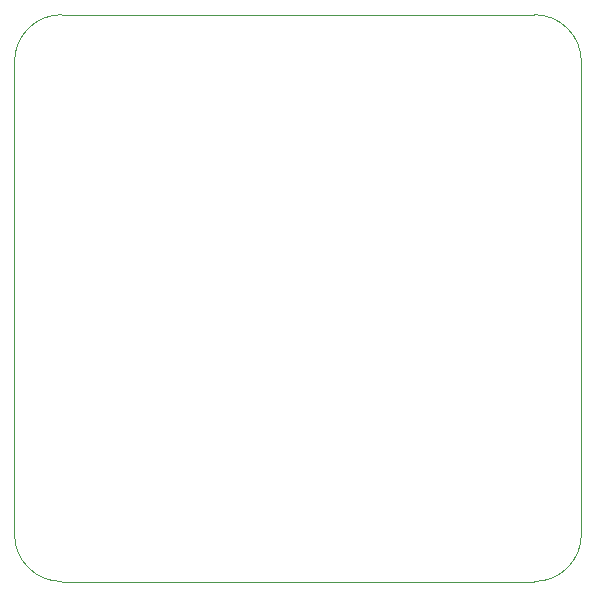
<source format=gbr>
%TF.GenerationSoftware,KiCad,Pcbnew,9.0.7*%
%TF.CreationDate,2026-02-11T09:42:12+01:00*%
%TF.ProjectId,3DN_td_kicad,33444e5f-7464-45f6-9b69-6361642e6b69,1.0*%
%TF.SameCoordinates,Original*%
%TF.FileFunction,Profile,NP*%
%FSLAX46Y46*%
G04 Gerber Fmt 4.6, Leading zero omitted, Abs format (unit mm)*
G04 Created by KiCad (PCBNEW 9.0.7) date 2026-02-11 09:42:12*
%MOMM*%
%LPD*%
G01*
G04 APERTURE LIST*
%TA.AperFunction,Profile*%
%ADD10C,0.050000*%
%TD*%
G04 APERTURE END LIST*
D10*
X96000000Y-140000000D02*
X96000000Y-100000000D01*
X140000000Y-144000000D02*
X100000000Y-144000000D01*
X144000000Y-100000000D02*
X144000000Y-140000000D01*
X100000000Y-96000000D02*
X140000000Y-96000000D01*
X100000000Y-144000000D02*
G75*
G02*
X96000000Y-140000000I0J4000000D01*
G01*
X144000000Y-140000000D02*
G75*
G02*
X140000000Y-144000000I-4000000J0D01*
G01*
X140000000Y-96000000D02*
G75*
G02*
X144000000Y-100000000I0J-4000000D01*
G01*
X96000000Y-100000000D02*
G75*
G02*
X100000000Y-96000000I4000000J0D01*
G01*
M02*

</source>
